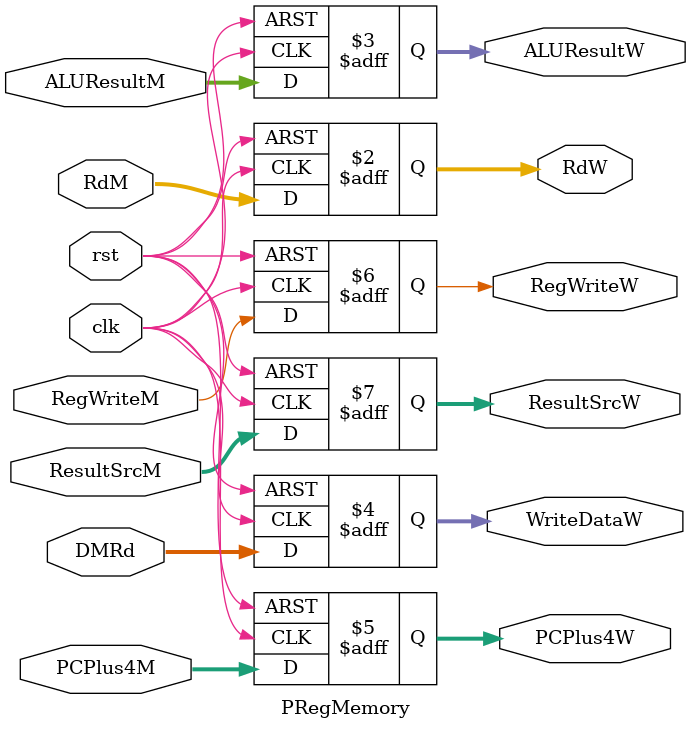
<source format=sv>
module PRegMemory #(
    parameter DATA_WIDTH = 32
) (
    input   logic [DATA_WIDTH-1:0]  ALUResultM,
    input   logic [DATA_WIDTH-1:0]  DMRd,
    input   logic [4:0]             RdM,
    input   logic [DATA_WIDTH-1:0]  PCPlus4M,
    input   logic                   clk,
    input   logic                   rst,         // Reset signal
    output  logic [4:0]             RdW,
    output  logic [DATA_WIDTH-1:0]  ALUResultW,
    output  logic [DATA_WIDTH-1:0]  WriteDataW,
    output  logic [DATA_WIDTH-1:0]  PCPlus4W,
    input   logic                   RegWriteM,
    input   logic [1:0]             ResultSrcM,
    output  logic                   RegWriteW,
    output  logic [1:0]             ResultSrcW
);

    // Sequential logic for updating outputs
    always_ff @(posedge clk or posedge rst) begin
        if (rst) begin
            // Reset or flush all outputs to default values
            ALUResultW <= 32'b0;
            WriteDataW <= 32'b0;
            RdW        <= 5'b0;
            PCPlus4W   <= 32'b0;
            RegWriteW  <= 1'b0;
            ResultSrcW <= 2'b0;
        end else begin
            // Normal operation: Pass inputs to outputs
            ALUResultW <= ALUResultM;
            WriteDataW <= DMRd;
            RdW        <= RdM;
            PCPlus4W   <= PCPlus4M;
            RegWriteW  <= RegWriteM;
            ResultSrcW <= ResultSrcM;
        end
    end

endmodule

</source>
